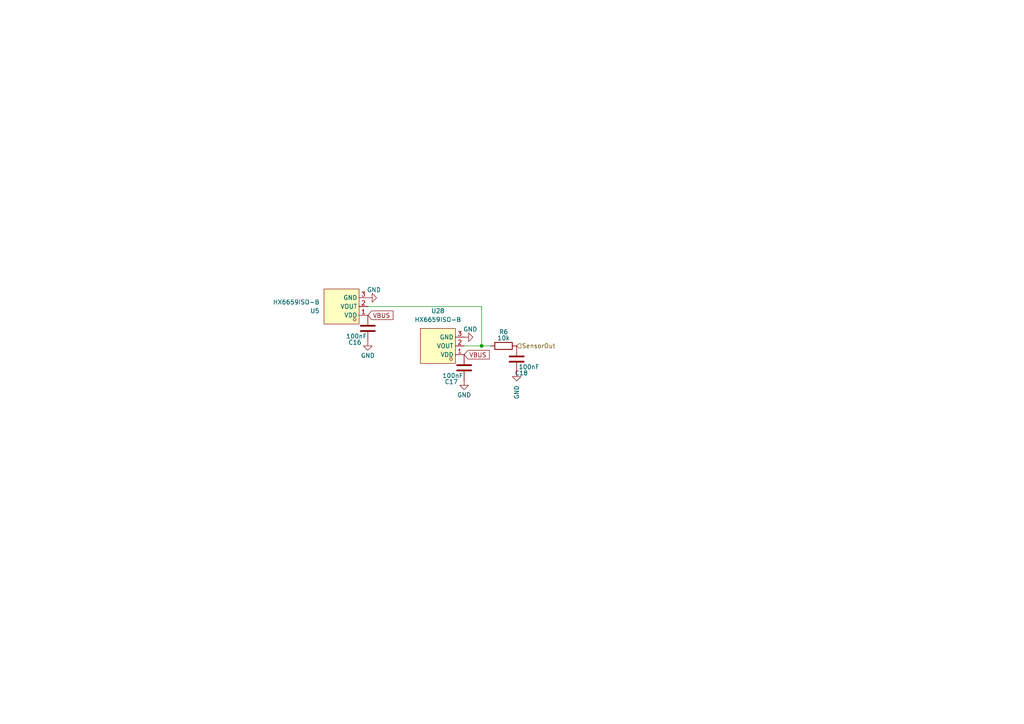
<source format=kicad_sch>
(kicad_sch (version 20250114) (generator "eeschema") (generator_version "9.0")
  (paper "A4")
  (lib_symbols
    (symbol "Device:C" (pin_numbers (hide yes)) (pin_names (offset 0.254))
      (property "Reference" "C" (at 0.635 2.54 0))
      (property "Value" "C" (at 0.635 -2.54 0))
      (symbol "C_0_1"
        (polyline (pts (xy -2.032 0.762) (xy 2.032 0.762)) (stroke (width 0.508)))
        (polyline (pts (xy -2.032 -0.762) (xy 2.032 -0.762)) (stroke (width 0.508)))
      )
      (symbol "C_1_1"
        (pin passive line (at 0 3.81 270) (length 2.794) (name "~") (number "1"))
        (pin passive line (at 0 -3.81 90) (length 2.794) (name "~") (number "2"))
      )
    )
    (symbol "Device:R" (pin_numbers (hide yes)) (pin_names (offset 0))
      (property "Reference" "R" (at 2.032 0 90))
      (property "Value" "R" (at 0 0 90))
      (symbol "R_0_1"
        (rectangle (start -1.016 -2.54) (end 1.016 2.54) (stroke (width 0.254)))
      )
      (symbol "R_1_1"
        (pin passive line (at 0 3.81 270) (length 1.27) (name "~") (number "1"))
        (pin passive line (at 0 -3.81 90) (length 1.27) (name "~") (number "2"))
      )
    )
    (symbol "GND_3" (power) (pin_numbers (hide yes)) (pin_names (offset 0) (hide yes))
      (property "Value" "GND" (at 0 -3.81 0))
      (symbol "GND_3_0_1"
        (polyline (pts (xy 0 0) (xy 0 -1.27) (xy 1.27 -1.27) (xy 0 -2.54) (xy -1.27 -1.27) (xy 0 -1.27)))
      )
      (symbol "GND_3_1_1"
        (pin power_in line (at 0 0 270) (length 0) (name "~") (number "1"))
      )
    )
    (symbol "power:GND" (power) (pin_numbers (hide yes)) (pin_names (offset 0) (hide yes))
      (property "Value" "GND" (at 0 -3.81 0))
      (symbol "GND_0_1"
        (polyline (pts (xy 0 0) (xy 0 -1.27) (xy 1.27 -1.27) (xy 0 -2.54) (xy -1.27 -1.27) (xy 0 -1.27)))
      )
      (symbol "GND_1_1"
        (pin power_in line (at 0 0 270) (length 0) (name "~") (number "1"))
      )
    )
    (symbol "symbolLib:HX6659ISO-B"
      (property "Reference" "U" (at 0 7.62 0))
      (property "Value" "HX6659ISO-B" (at 0 -7.62 0))
      (symbol "HX6659ISO-B_0_1"
        (rectangle (start -2.54 5.08) (end 7.62 -5.08) (fill (type background)))
        (circle (center -1.27 3.81) (radius 0.38))
        (pin unspecified line (at -5.08 2.54 0) (length 2.54) (name "VDD") (number "1"))
        (pin unspecified line (at -5.08 0 0) (length 2.54) (name "VOUT") (number "2"))
        (pin unspecified line (at -5.08 -2.54 0) (length 2.54) (name "GND") (number "3"))
      )
    )
  )
  (junction (at 139.7 100.33))
  (wire (pts (xy 139.7 88.9) (xy 139.7 100.33)))
  (wire (pts (xy 139.7 100.33) (xy 134.62 100.33)))
  (wire (pts (xy 106.68 88.9) (xy 139.7 88.9)))
  (wire (pts (xy 142.24 100.33) (xy 139.7 100.33)))
  (global_label "VBUS" (shape input) (at 106.68 91.44 0) (property "Intersheetrefs" "${INTERSHEET_REFS}" (effects (hide yes))))
  (global_label "VBUS" (shape input) (at 134.62 102.87 0) (property "Intersheetrefs" "${INTERSHEET_REFS}" (effects (hide yes))))
  (hierarchical_label "SensorOut" (shape input) (at 149.86 100.33 0))
  (symbol (lib_id "power:GND") (at 134.62 97.79 90) (unit 1)
    (property "Reference" "#PWR05" (effects (hide yes)))
    (property "Value" "GND" (at 136.398 95.504 90))
    (property "Description" "Power symbol creates a global label with name \"GND\" , ground" (effects (hide yes)))
    (instances (project "+try2" (path "" (reference "#PWR015") (unit 1)) (path "" (reference "#PWR041") (unit 1)) (path "" (reference "#PWR039") (unit 1)) (path "" (reference "#PWR025") (unit 1)) (path "" (reference "#PWR033") (unit 1)) (path "" (reference "#PWR049") (unit 1)) (path "" (reference "#PWR013") (unit 1)) (path "" (reference "#PWR043") (unit 1)) (path "" (reference "#PWR037") (unit 1)) (path "" (reference "#PWR031") (unit 1)) (path "" (reference "#PWR045") (unit 1)) (path "" (reference "#PWR047") (unit 1)) (path "" (reference "#PWR05") (unit 1)) (path "" (reference "#PWR011") (unit 1)) (path "" (reference "#PWR023") (unit 1)) (path "" (reference "#PWR017") (unit 1)) (path "" (reference "#PWR021") (unit 1)) (path "" (reference "#PWR027") (unit 1)) (path "" (reference "#PWR019") (unit 1)) (path "" (reference "#PWR035") (unit 1)) (path "" (reference "#PWR029") (unit 1)) (path "" (reference "#PWR07") (unit 1)) (path "" (reference "#PWR09") (unit 1))))
  )
  (symbol (lib_name "GND_3") (lib_id "power:GND") (at 149.86 107.95 0) (unit 1)
    (property "Reference" "#PWR070" (effects (hide yes)))
    (property "Value" "GND" (at 149.8599 111.76 90) (effects (justify right)))
    (property "Description" "Power symbol creates a global label with name \"GND\" , ground" (effects (hide yes)))
    (instances (project "+try2" (path "" (reference "#PWR081") (unit 1)) (path "" (reference "#PWR0107") (unit 1)) (path "" (reference "#PWR0105") (unit 1)) (path "" (reference "#PWR091") (unit 1)) (path "" (reference "#PWR099") (unit 1)) (path "" (reference "#PWR0115") (unit 1)) (path "" (reference "#PWR079") (unit 1)) (path "" (reference "#PWR0109") (unit 1)) (path "" (reference "#PWR0103") (unit 1)) (path "" (reference "#PWR097") (unit 1)) (path "" (reference "#PWR0111") (unit 1)) (path "" (reference "#PWR0113") (unit 1)) (path "" (reference "#PWR070") (unit 1)) (path "" (reference "#PWR077") (unit 1)) (path "" (reference "#PWR089") (unit 1)) (path "" (reference "#PWR083") (unit 1)) (path "" (reference "#PWR087") (unit 1)) (path "" (reference "#PWR093") (unit 1)) (path "" (reference "#PWR085") (unit 1)) (path "" (reference "#PWR0101") (unit 1)) (path "" (reference "#PWR095") (unit 1)) (path "" (reference "#PWR073") (unit 1)) (path "" (reference "#PWR075") (unit 1))))
  )
  (symbol (lib_id "Device:C") (at 106.68 95.25 0) (unit 1)
    (property "Reference" "C1" (at 104.902 99.314 0) (effects (justify right)))
    (property "Value" "100nF" (at 106.426 97.536 0) (effects (justify right)))
    (property "Footprint" "Capacitor_SMD:C_0805_2012Metric_Pad1.18x1.45mm_HandSolder" (effects (hide yes)))
    (property "Description" "Unpolarized capacitor" (effects (hide yes)))
    (instances (project "+try2" (path "" (reference "C16") (unit 1)) (path "" (reference "C64") (unit 1)) (path "" (reference "C61") (unit 1)) (path "" (reference "C31") (unit 1)) (path "" (reference "C43") (unit 1)) (path "" (reference "C76") (unit 1)) (path "" (reference "C13") (unit 1)) (path "" (reference "C67") (unit 1)) (path "" (reference "C58") (unit 1)) (path "" (reference "C40") (unit 1)) (path "" (reference "C70") (unit 1)) (path "" (reference "C73") (unit 1)) (path "" (reference "C1") (unit 1)) (path "" (reference "C10") (unit 1)) (path "" (reference "C28") (unit 1)) (path "" (reference "C19") (unit 1)) (path "" (reference "C25") (unit 1)) (path "" (reference "C34") (unit 1)) (path "" (reference "C22") (unit 1)) (path "" (reference "C46") (unit 1)) (path "" (reference "C37") (unit 1)) (path "" (reference "C4") (unit 1)) (path "" (reference "C7") (unit 1))))
  )
  (symbol (lib_name "GND_3") (lib_id "power:GND") (at 134.62 110.49 0) (unit 1)
    (property "Reference" "#PWR071" (effects (hide yes)))
    (property "Value" "GND" (at 134.62 114.554 0))
    (property "Description" "Power symbol creates a global label with name \"GND\" , ground" (effects (hide yes)))
    (instances (project "+try2" (path "" (reference "#PWR080") (unit 1)) (path "" (reference "#PWR0106") (unit 1)) (path "" (reference "#PWR0104") (unit 1)) (path "" (reference "#PWR090") (unit 1)) (path "" (reference "#PWR098") (unit 1)) (path "" (reference "#PWR0114") (unit 1)) (path "" (reference "#PWR078") (unit 1)) (path "" (reference "#PWR0108") (unit 1)) (path "" (reference "#PWR0102") (unit 1)) (path "" (reference "#PWR096") (unit 1)) (path "" (reference "#PWR0110") (unit 1)) (path "" (reference "#PWR0112") (unit 1)) (path "" (reference "#PWR071") (unit 1)) (path "" (reference "#PWR076") (unit 1)) (path "" (reference "#PWR088") (unit 1)) (path "" (reference "#PWR082") (unit 1)) (path "" (reference "#PWR086") (unit 1)) (path "" (reference "#PWR092") (unit 1)) (path "" (reference "#PWR084") (unit 1)) (path "" (reference "#PWR0100") (unit 1)) (path "" (reference "#PWR094") (unit 1)) (path "" (reference "#PWR072") (unit 1)) (path "" (reference "#PWR074") (unit 1))))
  )
  (symbol (lib_id "Device:C") (at 149.86 104.14 180) (unit 1)
    (property "Reference" "C3" (at 153.162 108.204 0) (effects (justify left)))
    (property "Value" "100nF" (at 156.464 106.426 0) (effects (justify left)))
    (property "Footprint" "Capacitor_SMD:C_0805_2012Metric_Pad1.18x1.45mm_HandSolder" (effects (hide yes)))
    (property "Description" "Unpolarized capacitor" (effects (hide yes)))
    (instances (project "+try2" (path "" (reference "C18") (unit 1)) (path "" (reference "C66") (unit 1)) (path "" (reference "C63") (unit 1)) (path "" (reference "C33") (unit 1)) (path "" (reference "C45") (unit 1)) (path "" (reference "C78") (unit 1)) (path "" (reference "C15") (unit 1)) (path "" (reference "C69") (unit 1)) (path "" (reference "C60") (unit 1)) (path "" (reference "C42") (unit 1)) (path "" (reference "C72") (unit 1)) (path "" (reference "C75") (unit 1)) (path "" (reference "C3") (unit 1)) (path "" (reference "C12") (unit 1)) (path "" (reference "C30") (unit 1)) (path "" (reference "C21") (unit 1)) (path "" (reference "C27") (unit 1)) (path "" (reference "C36") (unit 1)) (path "" (reference "C24") (unit 1)) (path "" (reference "C57") (unit 1)) (path "" (reference "C39") (unit 1)) (path "" (reference "C6") (unit 1)) (path "" (reference "C9") (unit 1))))
  )
  (symbol (lib_id "Device:C") (at 134.62 106.68 0) (unit 1)
    (property "Reference" "C2" (at 132.842 110.744 0) (effects (justify right)))
    (property "Value" "100nF" (at 134.366 108.966 0) (effects (justify right)))
    (property "Footprint" "Capacitor_SMD:C_0805_2012Metric_Pad1.18x1.45mm_HandSolder" (effects (hide yes)))
    (property "Description" "Unpolarized capacitor" (effects (hide yes)))
    (instances (project "+try2" (path "" (reference "C17") (unit 1)) (path "" (reference "C65") (unit 1)) (path "" (reference "C62") (unit 1)) (path "" (reference "C32") (unit 1)) (path "" (reference "C44") (unit 1)) (path "" (reference "C77") (unit 1)) (path "" (reference "C14") (unit 1)) (path "" (reference "C68") (unit 1)) (path "" (reference "C59") (unit 1)) (path "" (reference "C41") (unit 1)) (path "" (reference "C71") (unit 1)) (path "" (reference "C74") (unit 1)) (path "" (reference "C2") (unit 1)) (path "" (reference "C11") (unit 1)) (path "" (reference "C29") (unit 1)) (path "" (reference "C20") (unit 1)) (path "" (reference "C26") (unit 1)) (path "" (reference "C35") (unit 1)) (path "" (reference "C23") (unit 1)) (path "" (reference "C56") (unit 1)) (path "" (reference "C38") (unit 1)) (path "" (reference "C5") (unit 1)) (path "" (reference "C8") (unit 1))))
  )
  (symbol (lib_id "power:GND") (at 106.68 86.36 90) (unit 1)
    (property "Reference" "#PWR02" (effects (hide yes)))
    (property "Value" "GND" (at 108.458 84.074 90))
    (property "Description" "Power symbol creates a global label with name \"GND\" , ground" (effects (hide yes)))
    (instances (project "+try2" (path "" (reference "#PWR014") (unit 1)) (path "" (reference "#PWR040") (unit 1)) (path "" (reference "#PWR038") (unit 1)) (path "" (reference "#PWR024") (unit 1)) (path "" (reference "#PWR032") (unit 1)) (path "" (reference "#PWR048") (unit 1)) (path "" (reference "#PWR012") (unit 1)) (path "" (reference "#PWR042") (unit 1)) (path "" (reference "#PWR036") (unit 1)) (path "" (reference "#PWR030") (unit 1)) (path "" (reference "#PWR044") (unit 1)) (path "" (reference "#PWR046") (unit 1)) (path "" (reference "#PWR02") (unit 1)) (path "" (reference "#PWR010") (unit 1)) (path "" (reference "#PWR022") (unit 1)) (path "" (reference "#PWR016") (unit 1)) (path "" (reference "#PWR020") (unit 1)) (path "" (reference "#PWR026") (unit 1)) (path "" (reference "#PWR018") (unit 1)) (path "" (reference "#PWR034") (unit 1)) (path "" (reference "#PWR028") (unit 1)) (path "" (reference "#PWR06") (unit 1)) (path "" (reference "#PWR08") (unit 1))))
  )
  (symbol (lib_id "Device:R") (at 146.05 100.33 90) (unit 1)
    (property "Reference" "R1" (at 146.05 96.266 90))
    (property "Value" "10k" (at 146.05 98.044 90))
    (property "Footprint" "Resistor_SMD:R_0805_2012Metric_Pad1.20x1.40mm_HandSolder" (effects (hide yes)))
    (property "Description" "Resistor" (effects (hide yes)))
    (instances (project "+try2" (path "" (reference "R6") (unit 1)) (path "" (reference "R19") (unit 1)) (path "" (reference "R18") (unit 1)) (path "" (reference "R11") (unit 1)) (path "" (reference "R15") (unit 1)) (path "" (reference "R23") (unit 1)) (path "" (reference "R5") (unit 1)) (path "" (reference "R20") (unit 1)) (path "" (reference "R17") (unit 1)) (path "" (reference "R14") (unit 1)) (path "" (reference "R21") (unit 1)) (path "" (reference "R22") (unit 1)) (path "" (reference "R1") (unit 1)) (path "" (reference "R4") (unit 1)) (path "" (reference "R10") (unit 1)) (path "" (reference "R7") (unit 1)) (path "" (reference "R9") (unit 1)) (path "" (reference "R12") (unit 1)) (path "" (reference "R8") (unit 1)) (path "" (reference "R16") (unit 1)) (path "" (reference "R13") (unit 1)) (path "" (reference "R2") (unit 1)) (path "" (reference "R3") (unit 1))))
  )
  (symbol (lib_id "symbolLib:HX6659ISO-B") (at 101.6 88.9 180) (unit 1)
    (property "Reference" "U0" (at 92.71 90.1701 0) (effects (justify left)))
    (property "Value" "HX6659ISO-B" (at 92.71 87.6301 0) (effects (justify left)))
    (property "Footprint" "footprints:SOT-23-3_L2.9-W1.6-P1.90-LS2.8-BR" (effects (hide yes)))
    (property "Datasheet" "https://lcsc.com/product-detail/New-Arrivals_HUAXIN-HX6659-b_C495742.html" (effects (hide yes)))
    (property "LCSC Part" "C495742" (effects (hide yes)))
    (instances (project "+try2" (path "" (reference "U5") (unit 1)) (path "" (reference "U18") (unit 1)) (path "" (reference "U17") (unit 1)) (path "" (reference "U10") (unit 1)) (path "" (reference "U14") (unit 1)) (path "" (reference "U22") (unit 1)) (path "" (reference "U4") (unit 1)) (path "" (reference "U19") (unit 1)) (path "" (reference "U16") (unit 1)) (path "" (reference "U13") (unit 1)) (path "" (reference "U20") (unit 1)) (path "" (reference "U21") (unit 1)) (path "" (reference "U0") (unit 1)) (path "" (reference "U3") (unit 1)) (path "" (reference "U9") (unit 1)) (path "" (reference "U6") (unit 1)) (path "" (reference "U8") (unit 1)) (path "" (reference "U11") (unit 1)) (path "" (reference "U7") (unit 1)) (path "" (reference "U15") (unit 1)) (path "" (reference "U12") (unit 1)) (path "" (reference "U1") (unit 1)) (path "" (reference "U2") (unit 1))))
  )
  (symbol (lib_name "GND_3") (lib_id "power:GND") (at 106.68 99.06 0) (unit 1)
    (property "Reference" "#PWR0116" (effects (hide yes)))
    (property "Value" "GND" (at 106.68 103.124 0))
    (property "Description" "Power symbol creates a global label with name \"GND\" , ground" (effects (hide yes)))
    (instances (project "+try2" (path "" (reference "#PWR0121") (unit 1)) (path "" (reference "#PWR0134") (unit 1)) (path "" (reference "#PWR0133") (unit 1)) (path "" (reference "#PWR0126") (unit 1)) (path "" (reference "#PWR0130") (unit 1)) (path "" (reference "#PWR0138") (unit 1)) (path "" (reference "#PWR0120") (unit 1)) (path "" (reference "#PWR0135") (unit 1)) (path "" (reference "#PWR0132") (unit 1)) (path "" (reference "#PWR0129") (unit 1)) (path "" (reference "#PWR0136") (unit 1)) (path "" (reference "#PWR0137") (unit 1)) (path "" (reference "#PWR0116") (unit 1)) (path "" (reference "#PWR0119") (unit 1)) (path "" (reference "#PWR0125") (unit 1)) (path "" (reference "#PWR0122") (unit 1)) (path "" (reference "#PWR0124") (unit 1)) (path "" (reference "#PWR0127") (unit 1)) (path "" (reference "#PWR0123") (unit 1)) (path "" (reference "#PWR0131") (unit 1)) (path "" (reference "#PWR0128") (unit 1)) (path "" (reference "#PWR0117") (unit 1)) (path "" (reference "#PWR0118") (unit 1))))
  )
  (symbol (lib_id "symbolLib:HX6659ISO-B") (at 129.54 100.33 180) (unit 1)
    (property "Reference" "U23" (at 127 90.17 0))
    (property "Value" "HX6659ISO-B" (at 127 92.71 0))
    (property "Footprint" "footprints:SOT-23-3_L2.9-W1.6-P1.90-LS2.8-BR" (effects (hide yes)))
    (property "Datasheet" "https://lcsc.com/product-detail/New-Arrivals_HUAXIN-HX6659-b_C495742.html" (effects (hide yes)))
    (property "LCSC Part" "C495742" (effects (hide yes)))
    (instances (project "+try2" (path "" (reference "U28") (unit 1)) (path "" (reference "U41") (unit 1)) (path "" (reference "U40") (unit 1)) (path "" (reference "U33") (unit 1)) (path "" (reference "U37") (unit 1)) (path "" (reference "U45") (unit 1)) (path "" (reference "U27") (unit 1)) (path "" (reference "U42") (unit 1)) (path "" (reference "U39") (unit 1)) (path "" (reference "U36") (unit 1)) (path "" (reference "U43") (unit 1)) (path "" (reference "U44") (unit 1)) (path "" (reference "U23") (unit 1)) (path "" (reference "U26") (unit 1)) (path "" (reference "U32") (unit 1)) (path "" (reference "U29") (unit 1)) (path "" (reference "U31") (unit 1)) (path "" (reference "U34") (unit 1)) (path "" (reference "U30") (unit 1)) (path "" (reference "U38") (unit 1)) (path "" (reference "U35") (unit 1)) (path "" (reference "U24") (unit 1)) (path "" (reference "U25") (unit 1))))
  )
)
</source>
